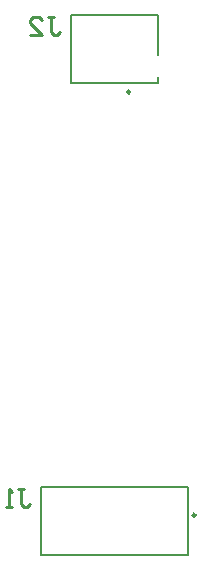
<source format=gbo>
G04*
G04 #@! TF.GenerationSoftware,Altium Limited,Altium Designer,22.0.2 (36)*
G04*
G04 Layer_Color=32896*
%FSLAX25Y25*%
%MOIN*%
G70*
G04*
G04 #@! TF.SameCoordinates,C8DBB3BB-A4ED-42FA-9C2E-8EE4AE36241F*
G04*
G04*
G04 #@! TF.FilePolarity,Positive*
G04*
G01*
G75*
%ADD10C,0.01000*%
%ADD11C,0.00787*%
%ADD25C,0.00984*%
D10*
X-32000Y-68001D02*
X-30001D01*
X-31000D01*
Y-72999D01*
X-30001Y-73999D01*
X-29001D01*
X-28001Y-72999D01*
X-33999Y-73999D02*
X-35999D01*
X-34999D01*
Y-68001D01*
X-33999Y-69001D01*
X-22000Y89499D02*
X-20001D01*
X-21001D01*
Y84501D01*
X-20001Y83501D01*
X-19001D01*
X-18002Y84501D01*
X-27998Y83501D02*
X-24000D01*
X-27998Y87500D01*
Y88499D01*
X-26999Y89499D01*
X-24999D01*
X-24000Y88499D01*
D11*
X-24409Y-90059D02*
X24409D01*
Y-67421D01*
X-24409Y-67421D02*
X24409Y-67421D01*
X-24409Y-90059D02*
X-24409Y-67421D01*
X-14567Y67421D02*
X14567D01*
Y76575D02*
Y90059D01*
Y67421D02*
Y69291D01*
X-14567Y90059D02*
X14567D01*
X-14567Y67421D02*
Y90059D01*
D25*
X27067Y-76673D02*
G03*
X27067Y-76673I-492J0D01*
G01*
X5315Y64370D02*
G03*
X5315Y64370I-492J0D01*
G01*
M02*

</source>
